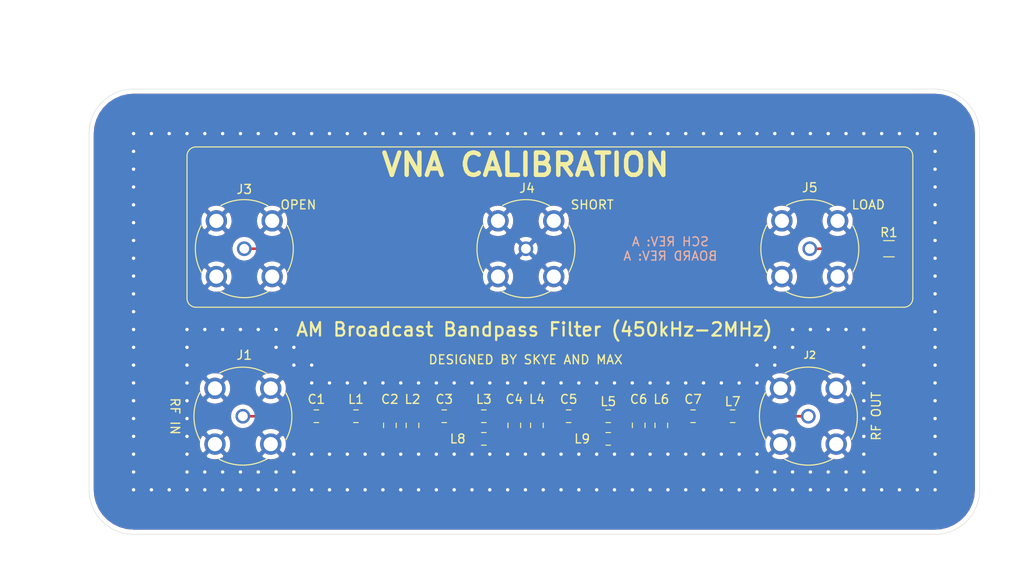
<source format=kicad_pcb>
(kicad_pcb (version 20171130) (host pcbnew "(5.1.5)-3")
  (layers (0 F.Cu signal) (1 In1.Cu signal) (2 In2.Cu signal) (31 B.Cu signal) (34 B.Paste user) (35 F.Paste user) (36 B.SilkS user) (37 F.SilkS user) (38 B.Mask user) (39 F.Mask user) (44 Edge.Cuts user))
  (net 0 "")
  (net 1 "Net-(C1-Pad2)")
  (net 2 "Net-(C1-Pad1)")
  (net 3 "Net-(C2-Pad2)")
  (net 4 GND)
  (net 5 "Net-(C3-Pad1)")
  (net 6 "Net-(C4-Pad2)")
  (net 7 "Net-(C5-Pad1)")
  (net 8 "Net-(C6-Pad2)")
  (net 9 "Net-(C7-Pad1)")
  (net 10 "Net-(J2-Pad1)")
  (net 11 "Net-(J3-Pad1)")
  (net 12 "Net-(J5-Pad1)")
  (module Resistor_SMD:R_1206_3216Metric_Pad1.42x1.75mm_HandSolder (layer F.Cu) (at 209.82 77.93)
    (fp_text reference R1 (at 0 -1.82) (layer F.SilkS))
    (fp_text value 50Ω)
    (fp_line (start -0.602064 0.91) (end 0.602064 0.91) (layer F.SilkS) (width 0.12))
    (fp_line (start -0.602064 -0.91) (end 0.602064 -0.91) (layer F.SilkS) (width 0.12))
    (pad 2 smd roundrect (at 1.4875 0) (size 1.425 1.75) (layers F.Cu F.Paste F.Mask) (roundrect_rratio 0.175439) (net 4 GND))
    (pad 1 smd roundrect (at -1.4875 0) (size 1.425 1.75) (layers F.Cu F.Paste F.Mask) (roundrect_rratio 0.175439) (net 12 "Net-(J5-Pad1)"))
  )
  (module Inductor_SMD:L_0805_2012Metric_Pad1.15x1.40mm_HandSolder (layer F.Cu) (at 178.3 99.28)
    (fp_text reference L9 (at -2.93 0) (layer F.SilkS))
    (fp_text value 22µH)
    (fp_line (start -0.261252 0.71) (end 0.261252 0.71) (layer F.SilkS) (width 0.12))
    (fp_line (start -0.261252 -0.71) (end 0.261252 -0.71) (layer F.SilkS) (width 0.12))
    (pad 2 smd roundrect (at 1.025 0) (size 1.15 1.4) (layers F.Cu F.Paste F.Mask) (roundrect_rratio 0.217391) (net 8 "Net-(C6-Pad2)"))
    (pad 1 smd roundrect (at -1.025 0) (size 1.15 1.4) (layers F.Cu F.Paste F.Mask) (roundrect_rratio 0.217391) (net 7 "Net-(C5-Pad1)"))
  )
  (module Inductor_SMD:L_0805_2012Metric_Pad1.15x1.40mm_HandSolder (layer F.Cu) (at 164.33 99.28)
    (fp_text reference L8 (at -2.93 0) (layer F.SilkS))
    (fp_text value 22µH)
    (fp_line (start -0.261252 0.71) (end 0.261252 0.71) (layer F.SilkS) (width 0.12))
    (fp_line (start -0.261252 -0.71) (end 0.261252 -0.71) (layer F.SilkS) (width 0.12))
    (pad 2 smd roundrect (at 1.025 0) (size 1.15 1.4) (layers F.Cu F.Paste F.Mask) (roundrect_rratio 0.217391) (net 6 "Net-(C4-Pad2)"))
    (pad 1 smd roundrect (at -1.025 0) (size 1.15 1.4) (layers F.Cu F.Paste F.Mask) (roundrect_rratio 0.217391) (net 5 "Net-(C3-Pad1)"))
  )
  (module Inductor_SMD:L_0805_2012Metric_Pad1.15x1.40mm_HandSolder (layer F.Cu) (at 178.3 96.74)
    (fp_text reference L5 (at 0 -1.65) (layer F.SilkS))
    (fp_text value 22µH)
    (fp_line (start -0.261252 0.71) (end 0.261252 0.71) (layer F.SilkS) (width 0.12))
    (fp_line (start -0.261252 -0.71) (end 0.261252 -0.71) (layer F.SilkS) (width 0.12))
    (pad 2 smd roundrect (at 1.025 0) (size 1.15 1.4) (layers F.Cu F.Paste F.Mask) (roundrect_rratio 0.217391) (net 8 "Net-(C6-Pad2)"))
    (pad 1 smd roundrect (at -1.025 0) (size 1.15 1.4) (layers F.Cu F.Paste F.Mask) (roundrect_rratio 0.217391) (net 7 "Net-(C5-Pad1)"))
  )
  (module footprints:TE_5-1634503-1 (layer F.Cu) (at 200.77 96.74)
    (fp_text reference J2 (at 0.16 -6.86609) (layer F.SilkS) (effects (font (size 0.800945 0.800945) (thickness 0.1524))))
    (fp_text value RF_OUT)
    (fp_arc (start 0.01011 0.01935) (end 4.8514 2.6162) (angle -56.9863) (layer F.SilkS) (width 0.127))
    (fp_arc (start 0.002129 -0.110957) (end -2.646 4.827) (angle -56.9863) (layer F.SilkS) (width 0.127))
    (fp_arc (start 0.110957 0.002129) (end -4.827 -2.646) (angle -56.9863) (layer F.SilkS) (width 0.127))
    (fp_arc (start -0.007374 -0.035408) (end 2.646 -4.827) (angle -57.4202) (layer F.SilkS) (width 0.127))
    (pad 5 thru_hole circle (at -3.13 3.13) (size 2.4 2.4) (drill 1.6) (layers *.Cu *.Mask) (net 4 GND))
    (pad 4 thru_hole circle (at 3.13 3.13) (size 2.4 2.4) (drill 1.6) (layers *.Cu *.Mask) (net 4 GND))
    (pad 3 thru_hole circle (at 3.13 -3.13) (size 2.4 2.4) (drill 1.6) (layers *.Cu *.Mask) (net 4 GND))
    (pad 2 thru_hole circle (at -3.13 -3.13) (size 2.4 2.4) (drill 1.6) (layers *.Cu *.Mask) (net 4 GND))
    (pad 1 thru_hole circle (at 0 0) (size 1.65 1.65) (drill 1.1) (layers *.Cu *.Mask) (net 10 "Net-(J2-Pad1)"))
  )
  (module footprints:TE_5-1634503-1 (layer F.Cu) (at 200.93 77.93)
    (fp_text reference J5 (at 0 -6.858) (layer F.SilkS) (effects (font (size 1.016 1.016) (thickness 0.1524))))
    (fp_text value CAL_L)
    (fp_arc (start 0.01011 0.01935) (end 4.8514 2.6162) (angle -56.9863) (layer F.SilkS) (width 0.127))
    (fp_arc (start 0.002129 -0.110957) (end -2.646 4.827) (angle -56.9863) (layer F.SilkS) (width 0.127))
    (fp_arc (start 0.110957 0.002129) (end -4.827 -2.646) (angle -56.9863) (layer F.SilkS) (width 0.127))
    (fp_arc (start -0.007374 -0.035408) (end 2.646 -4.827) (angle -57.4202) (layer F.SilkS) (width 0.127))
    (pad 5 thru_hole circle (at -3.13 3.13) (size 2.4 2.4) (drill 1.6) (layers *.Cu *.Mask) (net 4 GND))
    (pad 4 thru_hole circle (at 3.13 3.13) (size 2.4 2.4) (drill 1.6) (layers *.Cu *.Mask) (net 4 GND))
    (pad 3 thru_hole circle (at 3.13 -3.13) (size 2.4 2.4) (drill 1.6) (layers *.Cu *.Mask) (net 4 GND))
    (pad 2 thru_hole circle (at -3.13 -3.13) (size 2.4 2.4) (drill 1.6) (layers *.Cu *.Mask) (net 4 GND))
    (pad 1 thru_hole circle (at 0 0) (size 1.65 1.65) (drill 1.1) (layers *.Cu *.Mask) (net 12 "Net-(J5-Pad1)"))
  )
  (module footprints:TE_5-1634503-1 (layer F.Cu) (at 169.053 77.93)
    (fp_text reference J4 (at 0.127 -6.7945) (layer F.SilkS) (effects (font (size 1.016 1.016) (thickness 0.1524))))
    (fp_text value CAL_S)
    (fp_arc (start 0.01011 0.01935) (end 4.8514 2.6162) (angle -56.9863) (layer F.SilkS) (width 0.127))
    (fp_arc (start 0.002129 -0.110957) (end -2.646 4.827) (angle -56.9863) (layer F.SilkS) (width 0.127))
    (fp_arc (start 0.110957 0.002129) (end -4.827 -2.646) (angle -56.9863) (layer F.SilkS) (width 0.127))
    (fp_arc (start -0.007374 -0.035408) (end 2.646 -4.827) (angle -57.4202) (layer F.SilkS) (width 0.127))
    (pad 5 thru_hole circle (at -3.13 3.13) (size 2.4 2.4) (drill 1.6) (layers *.Cu *.Mask) (net 4 GND))
    (pad 4 thru_hole circle (at 3.13 3.13) (size 2.4 2.4) (drill 1.6) (layers *.Cu *.Mask) (net 4 GND))
    (pad 3 thru_hole circle (at 3.13 -3.13) (size 2.4 2.4) (drill 1.6) (layers *.Cu *.Mask) (net 4 GND))
    (pad 2 thru_hole circle (at -3.13 -3.13) (size 2.4 2.4) (drill 1.6) (layers *.Cu *.Mask) (net 4 GND))
    (pad 1 thru_hole circle (at 0 0) (size 1.65 1.65) (drill 1.1) (layers *.Cu *.Mask) (net 4 GND))
  )
  (module footprints:TE_5-1634503-1 (layer F.Cu) (at 137.43 77.93)
    (fp_text reference J3 (at 0 -6.6675) (layer F.SilkS) (effects (font (size 1.016 1.016) (thickness 0.1524))))
    (fp_text value CAL_O)
    (fp_arc (start 0.01011 0.01935) (end 4.8514 2.6162) (angle -56.9863) (layer F.SilkS) (width 0.127))
    (fp_arc (start 0.002129 -0.110957) (end -2.646 4.827) (angle -56.9863) (layer F.SilkS) (width 0.127))
    (fp_arc (start 0.110957 0.002129) (end -4.827 -2.646) (angle -56.9863) (layer F.SilkS) (width 0.127))
    (fp_arc (start -0.007374 -0.035408) (end 2.646 -4.827) (angle -57.4202) (layer F.SilkS) (width 0.127))
    (pad 5 thru_hole circle (at -3.13 3.13) (size 2.4 2.4) (drill 1.6) (layers *.Cu *.Mask) (net 4 GND))
    (pad 4 thru_hole circle (at 3.13 3.13) (size 2.4 2.4) (drill 1.6) (layers *.Cu *.Mask) (net 4 GND))
    (pad 3 thru_hole circle (at 3.13 -3.13) (size 2.4 2.4) (drill 1.6) (layers *.Cu *.Mask) (net 4 GND))
    (pad 2 thru_hole circle (at -3.13 -3.13) (size 2.4 2.4) (drill 1.6) (layers *.Cu *.Mask) (net 4 GND))
    (pad 1 thru_hole circle (at 0 0) (size 1.65 1.65) (drill 1.1) (layers *.Cu *.Mask) (net 11 "Net-(J3-Pad1)"))
  )
  (module footprints:TE_5-1634503-1 (layer F.Cu) (at 137.27 96.74)
    (fp_text reference J1 (at 0.16 -6.86609) (layer F.SilkS) (effects (font (size 1.016 1.016) (thickness 0.1524))))
    (fp_text value RF_IN)
    (fp_arc (start 0.01011 0.01935) (end 4.8514 2.6162) (angle -56.9863) (layer F.SilkS) (width 0.127))
    (fp_arc (start 0.002129 -0.110957) (end -2.646 4.827) (angle -56.9863) (layer F.SilkS) (width 0.127))
    (fp_arc (start 0.110957 0.002129) (end -4.827 -2.646) (angle -56.9863) (layer F.SilkS) (width 0.127))
    (fp_arc (start -0.007374 -0.035408) (end 2.646 -4.827) (angle -57.4202) (layer F.SilkS) (width 0.127))
    (pad 5 thru_hole circle (at -3.13 3.13) (size 2.4 2.4) (drill 1.6) (layers *.Cu *.Mask) (net 4 GND))
    (pad 4 thru_hole circle (at 3.13 3.13) (size 2.4 2.4) (drill 1.6) (layers *.Cu *.Mask) (net 4 GND))
    (pad 3 thru_hole circle (at 3.13 -3.13) (size 2.4 2.4) (drill 1.6) (layers *.Cu *.Mask) (net 4 GND))
    (pad 2 thru_hole circle (at -3.13 -3.13) (size 2.4 2.4) (drill 1.6) (layers *.Cu *.Mask) (net 4 GND))
    (pad 1 thru_hole circle (at 0 0) (size 1.65 1.65) (drill 1.1) (layers *.Cu *.Mask) (net 1 "Net-(C1-Pad2)"))
  )
  (module Inductor_SMD:L_0805_2012Metric_Pad1.15x1.40mm_HandSolder (layer F.Cu) (at 192.27 96.74)
    (fp_text reference L7 (at 0 -1.65) (layer F.SilkS))
    (fp_text value 6.8µH)
    (fp_line (start -0.261252 0.71) (end 0.261252 0.71) (layer F.SilkS) (width 0.12))
    (fp_line (start -0.261252 -0.71) (end 0.261252 -0.71) (layer F.SilkS) (width 0.12))
    (pad 2 smd roundrect (at 1.025 0) (size 1.15 1.4) (layers F.Cu F.Paste F.Mask) (roundrect_rratio 0.217391) (net 10 "Net-(J2-Pad1)"))
    (pad 1 smd roundrect (at -1.025 0) (size 1.15 1.4) (layers F.Cu F.Paste F.Mask) (roundrect_rratio 0.217391) (net 9 "Net-(C7-Pad1)"))
  )
  (module Inductor_SMD:L_0805_2012Metric_Pad1.15x1.40mm_HandSolder (layer F.Cu) (at 184.26 97.765 270)
    (fp_text reference L6 (at -2.93 0 180) (layer F.SilkS))
    (fp_text value 10µH)
    (fp_line (start -0.261252 0.71) (end 0.261252 0.71) (layer F.SilkS) (width 0.12))
    (fp_line (start -0.261252 -0.71) (end 0.261252 -0.71) (layer F.SilkS) (width 0.12))
    (pad 2 smd roundrect (at 1.025 0 270) (size 1.15 1.4) (layers F.Cu F.Paste F.Mask) (roundrect_rratio 0.217391) (net 4 GND))
    (pad 1 smd roundrect (at -1.025 0 270) (size 1.15 1.4) (layers F.Cu F.Paste F.Mask) (roundrect_rratio 0.217391) (net 8 "Net-(C6-Pad2)"))
  )
  (module Inductor_SMD:L_0805_2012Metric_Pad1.15x1.40mm_HandSolder (layer F.Cu) (at 170.29 97.765 270)
    (fp_text reference L4 (at -2.93 0 180) (layer F.SilkS))
    (fp_text value 10µH)
    (fp_line (start -0.261252 0.71) (end 0.261252 0.71) (layer F.SilkS) (width 0.12))
    (fp_line (start -0.261252 -0.71) (end 0.261252 -0.71) (layer F.SilkS) (width 0.12))
    (pad 2 smd roundrect (at 1.025 0 270) (size 1.15 1.4) (layers F.Cu F.Paste F.Mask) (roundrect_rratio 0.217391) (net 4 GND))
    (pad 1 smd roundrect (at -1.025 0 270) (size 1.15 1.4) (layers F.Cu F.Paste F.Mask) (roundrect_rratio 0.217391) (net 6 "Net-(C4-Pad2)"))
  )
  (module Inductor_SMD:L_0805_2012Metric_Pad1.15x1.40mm_HandSolder (layer F.Cu) (at 164.33 96.74)
    (fp_text reference L3 (at 0 -1.905) (layer F.SilkS))
    (fp_text value 22µH)
    (fp_line (start -0.261252 0.71) (end 0.261252 0.71) (layer F.SilkS) (width 0.12))
    (fp_line (start -0.261252 -0.71) (end 0.261252 -0.71) (layer F.SilkS) (width 0.12))
    (pad 2 smd roundrect (at 1.025 0) (size 1.15 1.4) (layers F.Cu F.Paste F.Mask) (roundrect_rratio 0.217391) (net 6 "Net-(C4-Pad2)"))
    (pad 1 smd roundrect (at -1.025 0) (size 1.15 1.4) (layers F.Cu F.Paste F.Mask) (roundrect_rratio 0.217391) (net 5 "Net-(C3-Pad1)"))
  )
  (module Inductor_SMD:L_0805_2012Metric_Pad1.15x1.40mm_HandSolder (layer F.Cu) (at 156.32 97.765 270)
    (fp_text reference L2 (at -2.93 0 180) (layer F.SilkS))
    (fp_text value 10µH)
    (fp_line (start -0.261252 0.71) (end 0.261252 0.71) (layer F.SilkS) (width 0.12))
    (fp_line (start -0.261252 -0.71) (end 0.261252 -0.71) (layer F.SilkS) (width 0.12))
    (pad 2 smd roundrect (at 1.025 0 270) (size 1.15 1.4) (layers F.Cu F.Paste F.Mask) (roundrect_rratio 0.217391) (net 4 GND))
    (pad 1 smd roundrect (at -1.025 0 270) (size 1.15 1.4) (layers F.Cu F.Paste F.Mask) (roundrect_rratio 0.217391) (net 3 "Net-(C2-Pad2)"))
  )
  (module Inductor_SMD:L_0805_2012Metric_Pad1.15x1.40mm_HandSolder (layer F.Cu) (at 149.97 96.74)
    (fp_text reference L1 (at 0 -1.905) (layer F.SilkS))
    (fp_text value 6.8µH)
    (fp_line (start -0.261252 0.71) (end 0.261252 0.71) (layer F.SilkS) (width 0.12))
    (fp_line (start -0.261252 -0.71) (end 0.261252 -0.71) (layer F.SilkS) (width 0.12))
    (pad 2 smd roundrect (at 1.025 0) (size 1.15 1.4) (layers F.Cu F.Paste F.Mask) (roundrect_rratio 0.217391) (net 3 "Net-(C2-Pad2)"))
    (pad 1 smd roundrect (at -1.025 0) (size 1.15 1.4) (layers F.Cu F.Paste F.Mask) (roundrect_rratio 0.217391) (net 2 "Net-(C1-Pad1)"))
  )
  (module Capacitor_SMD:C_0805_2012Metric_Pad1.15x1.40mm_HandSolder (layer F.Cu) (at 187.825 96.74 180)
    (fp_text reference C7 (at 0 1.905) (layer F.SilkS))
    (fp_text value 4.7nF)
    (fp_line (start -0.261252 0.71) (end 0.261252 0.71) (layer F.SilkS) (width 0.12))
    (fp_line (start -0.261252 -0.71) (end 0.261252 -0.71) (layer F.SilkS) (width 0.12))
    (pad 2 smd roundrect (at 1.025 0 180) (size 1.15 1.4) (layers F.Cu F.Paste F.Mask) (roundrect_rratio 0.217391) (net 8 "Net-(C6-Pad2)"))
    (pad 1 smd roundrect (at -1.025 0 180) (size 1.15 1.4) (layers F.Cu F.Paste F.Mask) (roundrect_rratio 0.217391) (net 9 "Net-(C7-Pad1)"))
  )
  (module Capacitor_SMD:C_0805_2012Metric_Pad1.15x1.40mm_HandSolder (layer F.Cu) (at 181.72 97.765 90)
    (fp_text reference C6 (at 2.93 0 180) (layer F.SilkS))
    (fp_text value 3nF)
    (fp_line (start -0.261252 0.71) (end 0.261252 0.71) (layer F.SilkS) (width 0.12))
    (fp_line (start -0.261252 -0.71) (end 0.261252 -0.71) (layer F.SilkS) (width 0.12))
    (pad 2 smd roundrect (at 1.025 0 90) (size 1.15 1.4) (layers F.Cu F.Paste F.Mask) (roundrect_rratio 0.217391) (net 8 "Net-(C6-Pad2)"))
    (pad 1 smd roundrect (at -1.025 0 90) (size 1.15 1.4) (layers F.Cu F.Paste F.Mask) (roundrect_rratio 0.217391) (net 4 GND))
  )
  (module Capacitor_SMD:C_0805_2012Metric_Pad1.15x1.40mm_HandSolder (layer F.Cu) (at 173.855 96.74 180)
    (fp_text reference C5 (at 0 1.905) (layer F.SilkS))
    (fp_text value 2.7nF)
    (fp_line (start -0.261252 0.71) (end 0.261252 0.71) (layer F.SilkS) (width 0.12))
    (fp_line (start -0.261252 -0.71) (end 0.261252 -0.71) (layer F.SilkS) (width 0.12))
    (pad 2 smd roundrect (at 1.025 0 180) (size 1.15 1.4) (layers F.Cu F.Paste F.Mask) (roundrect_rratio 0.217391) (net 6 "Net-(C4-Pad2)"))
    (pad 1 smd roundrect (at -1.025 0 180) (size 1.15 1.4) (layers F.Cu F.Paste F.Mask) (roundrect_rratio 0.217391) (net 7 "Net-(C5-Pad1)"))
  )
  (module Capacitor_SMD:C_0805_2012Metric_Pad1.15x1.40mm_HandSolder (layer F.Cu) (at 167.75 97.765 90)
    (fp_text reference C4 (at 2.93 0 180) (layer F.SilkS))
    (fp_text value 3.3nF)
    (fp_line (start -0.261252 0.71) (end 0.261252 0.71) (layer F.SilkS) (width 0.12))
    (fp_line (start -0.261252 -0.71) (end 0.261252 -0.71) (layer F.SilkS) (width 0.12))
    (pad 2 smd roundrect (at 1.025 0 90) (size 1.15 1.4) (layers F.Cu F.Paste F.Mask) (roundrect_rratio 0.217391) (net 6 "Net-(C4-Pad2)"))
    (pad 1 smd roundrect (at -1.025 0 90) (size 1.15 1.4) (layers F.Cu F.Paste F.Mask) (roundrect_rratio 0.217391) (net 4 GND))
  )
  (module Capacitor_SMD:C_0805_2012Metric_Pad1.15x1.40mm_HandSolder (layer F.Cu) (at 159.885 96.74 180)
    (fp_text reference C3 (at 0 1.905) (layer F.SilkS))
    (fp_text value 2.7nF)
    (fp_line (start -0.261252 0.71) (end 0.261252 0.71) (layer F.SilkS) (width 0.12))
    (fp_line (start -0.261252 -0.71) (end 0.261252 -0.71) (layer F.SilkS) (width 0.12))
    (pad 2 smd roundrect (at 1.025 0 180) (size 1.15 1.4) (layers F.Cu F.Paste F.Mask) (roundrect_rratio 0.217391) (net 3 "Net-(C2-Pad2)"))
    (pad 1 smd roundrect (at -1.025 0 180) (size 1.15 1.4) (layers F.Cu F.Paste F.Mask) (roundrect_rratio 0.217391) (net 5 "Net-(C3-Pad1)"))
  )
  (module Capacitor_SMD:C_0805_2012Metric_Pad1.15x1.40mm_HandSolder (layer F.Cu) (at 153.78 97.765 90)
    (fp_text reference C2 (at 2.93 0 180) (layer F.SilkS))
    (fp_text value 3nF)
    (fp_line (start -0.261252 0.71) (end 0.261252 0.71) (layer F.SilkS) (width 0.12))
    (fp_line (start -0.261252 -0.71) (end 0.261252 -0.71) (layer F.SilkS) (width 0.12))
    (pad 2 smd roundrect (at 1.025 0 90) (size 1.15 1.4) (layers F.Cu F.Paste F.Mask) (roundrect_rratio 0.217391) (net 3 "Net-(C2-Pad2)"))
    (pad 1 smd roundrect (at -1.025 0 90) (size 1.15 1.4) (layers F.Cu F.Paste F.Mask) (roundrect_rratio 0.217391) (net 4 GND))
  )
  (module Capacitor_SMD:C_0805_2012Metric_Pad1.15x1.40mm_HandSolder (layer F.Cu) (at 145.525 96.74 180)
    (fp_text reference C1 (at 0 1.905) (layer F.SilkS))
    (fp_text value 4.7nF)
    (fp_line (start -0.261252 0.71) (end 0.261252 0.71) (layer F.SilkS) (width 0.12))
    (fp_line (start -0.261252 -0.71) (end 0.261252 -0.71) (layer F.SilkS) (width 0.12))
    (pad 2 smd roundrect (at 1.025 0 180) (size 1.15 1.4) (layers F.Cu F.Paste F.Mask) (roundrect_rratio 0.217391) (net 1 "Net-(C1-Pad2)"))
    (pad 1 smd roundrect (at -1.025 0 180) (size 1.15 1.4) (layers F.Cu F.Paste F.Mask) (roundrect_rratio 0.217391) (net 2 "Net-(C1-Pad1)"))
  )
  (gr_text "SCH REV: A\nBOARD REV: A" (at 185.276 77.944) (layer B.SilkS) (effects (font (size 1 1)) (justify mirror)))
  (gr_text "DESIGNED BY SKYE AND MAX" (at 169.02 90.39) (layer F.SilkS) (effects (font (size 1 1))))
  (gr_text "RF OUT" (at 208.39 96.74 90) (layer F.SilkS) (effects (font (size 1 1))))
  (gr_text "RF IN" (at 129.65 96.74 270) (layer F.SilkS) (effects (font (size 1 1))))
  (gr_text "AM Broadcast Bandpass Filter (450kHz-2MHz)" (at 170 87) (layer F.SilkS) (effects (font (size 1.5 1.5) (thickness 0.25))))
  (gr_text "VNA CALIBRATION" (at 169 68.5) (layer F.SilkS) (effects (font (size 2.5 2.5) (thickness 0.5))))
  (gr_text LOAD (at 207.5 73) (layer F.SilkS) (effects (font (size 1 1))))
  (gr_text SHORT (at 176.5 73) (layer F.SilkS) (effects (font (size 1 1))))
  (gr_text OPEN (at 143.5 73) (layer F.SilkS) (effects (font (size 1 1))))
  (gr_line (start 211.5 66.5) (end 132 66.5) (layer F.SilkS) (width 0.12))
  (gr_arc (start 211.5 67.5) (end 212.5 67.5) (angle -90) (layer F.SilkS) (width 0.12))
  (gr_line (start 212.5 83.5) (end 212.5 67.5) (layer F.SilkS) (width 0.12))
  (gr_arc (start 211.5 83.5) (end 211.5 84.5) (angle -90) (layer F.SilkS) (width 0.12))
  (gr_line (start 132 84.5) (end 211.5 84.5) (layer F.SilkS) (width 0.12))
  (gr_arc (start 132 67.5) (end 132 66.5) (angle -90) (layer F.SilkS) (width 0.12))
  (gr_line (start 131 83.5) (end 131 67.5) (layer F.SilkS) (width 0.12))
  (gr_arc (start 132 83.5) (end 131 83.5) (angle -90) (layer F.SilkS) (width 0.12))
  (gr_line (start 220 105) (end 220 65) (layer Edge.Cuts) (width 0.05))
  (gr_line (start 125 110) (end 215 110) (layer Edge.Cuts) (width 0.05))
  (gr_line (start 120 65) (end 120 105) (layer Edge.Cuts) (width 0.05))
  (gr_line (start 215 60) (end 125 60) (layer Edge.Cuts) (width 0.05))
  (gr_arc (start 215 65) (end 220 65) (angle -90) (layer Edge.Cuts) (width 0.05))
  (gr_arc (start 215 105) (end 215 110) (angle -90) (layer Edge.Cuts) (width 0.05))
  (gr_arc (start 125 105) (end 120 105) (angle -90) (layer Edge.Cuts) (width 0.05))
  (gr_arc (start 125 65) (end 125 60) (angle -90) (layer Edge.Cuts) (width 0.05))
  (segment (start 137.27 96.74) (end 144.5 96.74) (width 0.29337) (layer F.Cu) (net 1))
  (segment (start 146.55 96.74) (end 148.945 96.74) (width 0.29337) (layer F.Cu) (net 2))
  (segment (start 150.995 96.74) (end 153.78 96.74) (width 0.29337) (layer F.Cu) (net 3))
  (segment (start 153.78 96.74) (end 156.32 96.74) (width 0.29337) (layer F.Cu) (net 3))
  (segment (start 156.32 96.74) (end 158.86 96.74) (width 0.29337) (layer F.Cu) (net 3))
  (via (at 125 67) (size 0.762) (drill 0.381) (layers F.Cu B.Cu) (net 4))
  (via (at 125 65) (size 0.762) (drill 0.381) (layers F.Cu B.Cu) (net 4))
  (via (at 127 65) (size 0.762) (drill 0.381) (layers F.Cu B.Cu) (net 4))
  (via (at 129 65) (size 0.762) (drill 0.381) (layers F.Cu B.Cu) (net 4))
  (via (at 131 65) (size 0.762) (drill 0.381) (layers F.Cu B.Cu) (net 4))
  (via (at 133 65) (size 0.762) (drill 0.381) (layers F.Cu B.Cu) (net 4))
  (via (at 135 65) (size 0.762) (drill 0.381) (layers F.Cu B.Cu) (net 4))
  (via (at 137 65) (size 0.762) (drill 0.381) (layers F.Cu B.Cu) (net 4))
  (via (at 139 65) (size 0.762) (drill 0.381) (layers F.Cu B.Cu) (net 4))
  (via (at 141 65) (size 0.762) (drill 0.381) (layers F.Cu B.Cu) (net 4))
  (via (at 143 65) (size 0.762) (drill 0.381) (layers F.Cu B.Cu) (net 4))
  (via (at 145 65) (size 0.762) (drill 0.381) (layers F.Cu B.Cu) (net 4))
  (via (at 147 65) (size 0.762) (drill 0.381) (layers F.Cu B.Cu) (net 4))
  (via (at 149 65) (size 0.762) (drill 0.381) (layers F.Cu B.Cu) (net 4))
  (via (at 151 65) (size 0.762) (drill 0.381) (layers F.Cu B.Cu) (net 4))
  (via (at 153 65) (size 0.762) (drill 0.381) (layers F.Cu B.Cu) (net 4))
  (via (at 155 65) (size 0.762) (drill 0.381) (layers F.Cu B.Cu) (net 4))
  (via (at 157 65) (size 0.762) (drill 0.381) (layers F.Cu B.Cu) (net 4))
  (via (at 159 65) (size 0.762) (drill 0.381) (layers F.Cu B.Cu) (net 4))
  (via (at 161 65) (size 0.762) (drill 0.381) (layers F.Cu B.Cu) (net 4))
  (via (at 163 65) (size 0.762) (drill 0.381) (layers F.Cu B.Cu) (net 4))
  (via (at 165 65) (size 0.762) (drill 0.381) (layers F.Cu B.Cu) (net 4))
  (via (at 167 65) (size 0.762) (drill 0.381) (layers F.Cu B.Cu) (net 4))
  (via (at 169 65) (size 0.762) (drill 0.381) (layers F.Cu B.Cu) (net 4))
  (via (at 171 65) (size 0.762) (drill 0.381) (layers F.Cu B.Cu) (net 4))
  (via (at 173 65) (size 0.762) (drill 0.381) (layers F.Cu B.Cu) (net 4))
  (via (at 175 65) (size 0.762) (drill 0.381) (layers F.Cu B.Cu) (net 4))
  (via (at 177 65) (size 0.762) (drill 0.381) (layers F.Cu B.Cu) (net 4))
  (via (at 179 65) (size 0.762) (drill 0.381) (layers F.Cu B.Cu) (net 4))
  (via (at 181 65) (size 0.762) (drill 0.381) (layers F.Cu B.Cu) (net 4))
  (via (at 183 65) (size 0.762) (drill 0.381) (layers F.Cu B.Cu) (net 4))
  (via (at 185 65) (size 0.762) (drill 0.381) (layers F.Cu B.Cu) (net 4))
  (via (at 187 65) (size 0.762) (drill 0.381) (layers F.Cu B.Cu) (net 4))
  (via (at 189 65) (size 0.762) (drill 0.381) (layers F.Cu B.Cu) (net 4))
  (via (at 191 65) (size 0.762) (drill 0.381) (layers F.Cu B.Cu) (net 4))
  (via (at 193 65) (size 0.762) (drill 0.381) (layers F.Cu B.Cu) (net 4))
  (via (at 195 65) (size 0.762) (drill 0.381) (layers F.Cu B.Cu) (net 4))
  (via (at 197 65) (size 0.762) (drill 0.381) (layers F.Cu B.Cu) (net 4))
  (via (at 199 65) (size 0.762) (drill 0.381) (layers F.Cu B.Cu) (net 4))
  (via (at 201 65) (size 0.762) (drill 0.381) (layers F.Cu B.Cu) (net 4))
  (via (at 203 65) (size 0.762) (drill 0.381) (layers F.Cu B.Cu) (net 4))
  (via (at 205 65) (size 0.762) (drill 0.381) (layers F.Cu B.Cu) (net 4))
  (via (at 207 65) (size 0.762) (drill 0.381) (layers F.Cu B.Cu) (net 4))
  (via (at 209 65) (size 0.762) (drill 0.381) (layers F.Cu B.Cu) (net 4))
  (via (at 211 65) (size 0.762) (drill 0.381) (layers F.Cu B.Cu) (net 4))
  (via (at 213 65) (size 0.762) (drill 0.381) (layers F.Cu B.Cu) (net 4))
  (via (at 215 65) (size 0.762) (drill 0.381) (layers F.Cu B.Cu) (net 4))
  (via (at 125 69) (size 0.762) (drill 0.381) (layers F.Cu B.Cu) (net 4))
  (via (at 125 71) (size 0.762) (drill 0.381) (layers F.Cu B.Cu) (net 4))
  (via (at 125 73) (size 0.762) (drill 0.381) (layers F.Cu B.Cu) (net 4))
  (via (at 125 75) (size 0.762) (drill 0.381) (layers F.Cu B.Cu) (net 4))
  (via (at 125 77) (size 0.762) (drill 0.381) (layers F.Cu B.Cu) (net 4))
  (via (at 125 79) (size 0.762) (drill 0.381) (layers F.Cu B.Cu) (net 4))
  (via (at 125 81) (size 0.762) (drill 0.381) (layers F.Cu B.Cu) (net 4))
  (via (at 125 83) (size 0.762) (drill 0.381) (layers F.Cu B.Cu) (net 4))
  (via (at 125 85) (size 0.762) (drill 0.381) (layers F.Cu B.Cu) (net 4))
  (via (at 125 87) (size 0.762) (drill 0.381) (layers F.Cu B.Cu) (net 4))
  (via (at 125 89) (size 0.762) (drill 0.381) (layers F.Cu B.Cu) (net 4))
  (via (at 125 91) (size 0.762) (drill 0.381) (layers F.Cu B.Cu) (net 4))
  (via (at 125 93) (size 0.762) (drill 0.381) (layers F.Cu B.Cu) (net 4))
  (via (at 125 95) (size 0.762) (drill 0.381) (layers F.Cu B.Cu) (net 4))
  (via (at 125 97) (size 0.762) (drill 0.381) (layers F.Cu B.Cu) (net 4))
  (via (at 125 99) (size 0.762) (drill 0.381) (layers F.Cu B.Cu) (net 4))
  (via (at 125 101) (size 0.762) (drill 0.381) (layers F.Cu B.Cu) (net 4))
  (via (at 125 103) (size 0.762) (drill 0.381) (layers F.Cu B.Cu) (net 4))
  (via (at 125 105) (size 0.762) (drill 0.381) (layers F.Cu B.Cu) (net 4))
  (via (at 215 67) (size 0.762) (drill 0.381) (layers F.Cu B.Cu) (net 4))
  (via (at 215 69) (size 0.762) (drill 0.381) (layers F.Cu B.Cu) (net 4))
  (via (at 215 71) (size 0.762) (drill 0.381) (layers F.Cu B.Cu) (net 4))
  (via (at 215 73) (size 0.762) (drill 0.381) (layers F.Cu B.Cu) (net 4))
  (via (at 215 75) (size 0.762) (drill 0.381) (layers F.Cu B.Cu) (net 4))
  (via (at 215 77) (size 0.762) (drill 0.381) (layers F.Cu B.Cu) (net 4))
  (via (at 215 79) (size 0.762) (drill 0.381) (layers F.Cu B.Cu) (net 4))
  (via (at 215 81) (size 0.762) (drill 0.381) (layers F.Cu B.Cu) (net 4))
  (via (at 215 83) (size 0.762) (drill 0.381) (layers F.Cu B.Cu) (net 4))
  (via (at 215 85) (size 0.762) (drill 0.381) (layers F.Cu B.Cu) (net 4))
  (via (at 215 87) (size 0.762) (drill 0.381) (layers F.Cu B.Cu) (net 4))
  (via (at 215 89) (size 0.762) (drill 0.381) (layers F.Cu B.Cu) (net 4))
  (via (at 215 91) (size 0.762) (drill 0.381) (layers F.Cu B.Cu) (net 4))
  (via (at 215 93) (size 0.762) (drill 0.381) (layers F.Cu B.Cu) (net 4))
  (via (at 215 95) (size 0.762) (drill 0.381) (layers F.Cu B.Cu) (net 4))
  (via (at 215 97) (size 0.762) (drill 0.381) (layers F.Cu B.Cu) (net 4))
  (via (at 215 99) (size 0.762) (drill 0.381) (layers F.Cu B.Cu) (net 4))
  (via (at 215 101) (size 0.762) (drill 0.381) (layers F.Cu B.Cu) (net 4))
  (via (at 215 103) (size 0.762) (drill 0.381) (layers F.Cu B.Cu) (net 4))
  (via (at 215 105) (size 0.762) (drill 0.381) (layers F.Cu B.Cu) (net 4))
  (via (at 213 105) (size 0.762) (drill 0.381) (layers F.Cu B.Cu) (net 4))
  (via (at 211 105) (size 0.762) (drill 0.381) (layers F.Cu B.Cu) (net 4))
  (via (at 209 105) (size 0.762) (drill 0.381) (layers F.Cu B.Cu) (net 4))
  (via (at 207 105) (size 0.762) (drill 0.381) (layers F.Cu B.Cu) (net 4))
  (via (at 205 105) (size 0.762) (drill 0.381) (layers F.Cu B.Cu) (net 4))
  (via (at 203 105) (size 0.762) (drill 0.381) (layers F.Cu B.Cu) (net 4))
  (via (at 201 105) (size 0.762) (drill 0.381) (layers F.Cu B.Cu) (net 4))
  (via (at 199 105) (size 0.762) (drill 0.381) (layers F.Cu B.Cu) (net 4))
  (via (at 197 105) (size 0.762) (drill 0.381) (layers F.Cu B.Cu) (net 4))
  (via (at 195 105) (size 0.762) (drill 0.381) (layers F.Cu B.Cu) (net 4))
  (via (at 193 105) (size 0.762) (drill 0.381) (layers F.Cu B.Cu) (net 4))
  (via (at 191 105) (size 0.762) (drill 0.381) (layers F.Cu B.Cu) (net 4))
  (via (at 189 105) (size 0.762) (drill 0.381) (layers F.Cu B.Cu) (net 4))
  (via (at 187 105) (size 0.762) (drill 0.381) (layers F.Cu B.Cu) (net 4))
  (via (at 185 105) (size 0.762) (drill 0.381) (layers F.Cu B.Cu) (net 4))
  (via (at 183 105) (size 0.762) (drill 0.381) (layers F.Cu B.Cu) (net 4))
  (via (at 181 105) (size 0.762) (drill 0.381) (layers F.Cu B.Cu) (net 4))
  (via (at 179 105) (size 0.762) (drill 0.381) (layers F.Cu B.Cu) (net 4))
  (via (at 177 105) (size 0.762) (drill 0.381) (layers F.Cu B.Cu) (net 4))
  (via (at 175 105) (size 0.762) (drill 0.381) (layers F.Cu B.Cu) (net 4))
  (via (at 173 105) (size 0.762) (drill 0.381) (layers F.Cu B.Cu) (net 4))
  (via (at 171 105) (size 0.762) (drill 0.381) (layers F.Cu B.Cu) (net 4))
  (via (at 169 105) (size 0.762) (drill 0.381) (layers F.Cu B.Cu) (net 4))
  (via (at 167 105) (size 0.762) (drill 0.381) (layers F.Cu B.Cu) (net 4))
  (via (at 165 105) (size 0.762) (drill 0.381) (layers F.Cu B.Cu) (net 4))
  (via (at 163 105) (size 0.762) (drill 0.381) (layers F.Cu B.Cu) (net 4))
  (via (at 161 105) (size 0.762) (drill 0.381) (layers F.Cu B.Cu) (net 4))
  (via (at 159 105) (size 0.762) (drill 0.381) (layers F.Cu B.Cu) (net 4))
  (via (at 157 105) (size 0.762) (drill 0.381) (layers F.Cu B.Cu) (net 4))
  (via (at 155 105) (size 0.762) (drill 0.381) (layers F.Cu B.Cu) (net 4))
  (via (at 153 105) (size 0.762) (drill 0.381) (layers F.Cu B.Cu) (net 4))
  (via (at 151 105) (size 0.762) (drill 0.381) (layers F.Cu B.Cu) (net 4))
  (via (at 149 105) (size 0.762) (drill 0.381) (layers F.Cu B.Cu) (net 4))
  (via (at 147 105) (size 0.762) (drill 0.381) (layers F.Cu B.Cu) (net 4))
  (via (at 145 105) (size 0.762) (drill 0.381) (layers F.Cu B.Cu) (net 4))
  (via (at 143 105) (size 0.762) (drill 0.381) (layers F.Cu B.Cu) (net 4))
  (via (at 141 105) (size 0.762) (drill 0.381) (layers F.Cu B.Cu) (net 4))
  (via (at 139 105) (size 0.762) (drill 0.381) (layers F.Cu B.Cu) (net 4))
  (via (at 137 105) (size 0.762) (drill 0.381) (layers F.Cu B.Cu) (net 4))
  (via (at 135 105) (size 0.762) (drill 0.381) (layers F.Cu B.Cu) (net 4))
  (via (at 133 105) (size 0.762) (drill 0.381) (layers F.Cu B.Cu) (net 4))
  (via (at 131 105) (size 0.762) (drill 0.381) (layers F.Cu B.Cu) (net 4))
  (via (at 129 105) (size 0.762) (drill 0.381) (layers F.Cu B.Cu) (net 4))
  (via (at 127 105) (size 0.762) (drill 0.381) (layers F.Cu B.Cu) (net 4))
  (via (at 139 103) (size 0.762) (drill 0.381) (layers F.Cu B.Cu) (net 4))
  (via (at 137 103) (size 0.762) (drill 0.381) (layers F.Cu B.Cu) (net 4))
  (via (at 135 103) (size 0.762) (drill 0.381) (layers F.Cu B.Cu) (net 4))
  (via (at 133 103) (size 0.762) (drill 0.381) (layers F.Cu B.Cu) (net 4))
  (via (at 131 103) (size 0.762) (drill 0.381) (layers F.Cu B.Cu) (net 4))
  (via (at 131 101) (size 0.762) (drill 0.381) (layers F.Cu B.Cu) (net 4))
  (via (at 131 99) (size 0.762) (drill 0.381) (layers F.Cu B.Cu) (net 4))
  (via (at 131 97) (size 0.762) (drill 0.381) (layers F.Cu B.Cu) (net 4))
  (via (at 131 95) (size 0.762) (drill 0.381) (layers F.Cu B.Cu) (net 4))
  (via (at 131 93) (size 0.762) (drill 0.381) (layers F.Cu B.Cu) (net 4))
  (via (at 131 91) (size 0.762) (drill 0.381) (layers F.Cu B.Cu) (net 4))
  (via (at 131 89) (size 0.762) (drill 0.381) (layers F.Cu B.Cu) (net 4))
  (via (at 131 87) (size 0.762) (drill 0.381) (layers F.Cu B.Cu) (net 4))
  (via (at 133 87) (size 0.762) (drill 0.381) (layers F.Cu B.Cu) (net 4))
  (via (at 135 87) (size 0.762) (drill 0.381) (layers F.Cu B.Cu) (net 4))
  (via (at 137 87) (size 0.762) (drill 0.381) (layers F.Cu B.Cu) (net 4))
  (via (at 139 87) (size 0.762) (drill 0.381) (layers F.Cu B.Cu) (net 4))
  (via (at 141 87) (size 0.762) (drill 0.381) (layers F.Cu B.Cu) (net 4))
  (via (at 141 89) (size 0.762) (drill 0.381) (layers F.Cu B.Cu) (net 4))
  (via (at 143 89) (size 0.762) (drill 0.381) (layers F.Cu B.Cu) (net 4))
  (via (at 143 91) (size 0.762) (drill 0.381) (layers F.Cu B.Cu) (net 4))
  (via (at 145 91) (size 0.762) (drill 0.381) (layers F.Cu B.Cu) (net 4))
  (via (at 145 93) (size 0.762) (drill 0.381) (layers F.Cu B.Cu) (net 4))
  (via (at 147 93) (size 0.762) (drill 0.381) (layers F.Cu B.Cu) (net 4))
  (via (at 149 93) (size 0.762) (drill 0.381) (layers F.Cu B.Cu) (net 4))
  (via (at 151 93) (size 0.762) (drill 0.381) (layers F.Cu B.Cu) (net 4))
  (via (at 153 93) (size 0.762) (drill 0.381) (layers F.Cu B.Cu) (net 4))
  (via (at 155 93) (size 0.762) (drill 0.381) (layers F.Cu B.Cu) (net 4))
  (via (at 157 93) (size 0.762) (drill 0.381) (layers F.Cu B.Cu) (net 4))
  (via (at 159 93) (size 0.762) (drill 0.381) (layers F.Cu B.Cu) (net 4))
  (via (at 161 93) (size 0.762) (drill 0.381) (layers F.Cu B.Cu) (net 4))
  (via (at 163 93) (size 0.762) (drill 0.381) (layers F.Cu B.Cu) (net 4))
  (via (at 165 93) (size 0.762) (drill 0.381) (layers F.Cu B.Cu) (net 4))
  (via (at 167 93) (size 0.762) (drill 0.381) (layers F.Cu B.Cu) (net 4))
  (via (at 169 93) (size 0.762) (drill 0.381) (layers F.Cu B.Cu) (net 4))
  (via (at 171 93) (size 0.762) (drill 0.381) (layers F.Cu B.Cu) (net 4))
  (via (at 173 93) (size 0.762) (drill 0.381) (layers F.Cu B.Cu) (net 4))
  (via (at 175 93) (size 0.762) (drill 0.381) (layers F.Cu B.Cu) (net 4))
  (via (at 177 93) (size 0.762) (drill 0.381) (layers F.Cu B.Cu) (net 4))
  (via (at 179 93) (size 0.762) (drill 0.381) (layers F.Cu B.Cu) (net 4))
  (via (at 181 93) (size 0.762) (drill 0.381) (layers F.Cu B.Cu) (net 4))
  (via (at 183 93) (size 0.762) (drill 0.381) (layers F.Cu B.Cu) (net 4))
  (via (at 185 93) (size 0.762) (drill 0.381) (layers F.Cu B.Cu) (net 4))
  (via (at 187 93) (size 0.762) (drill 0.381) (layers F.Cu B.Cu) (net 4))
  (via (at 189 93) (size 0.762) (drill 0.381) (layers F.Cu B.Cu) (net 4))
  (via (at 191 93) (size 0.762) (drill 0.381) (layers F.Cu B.Cu) (net 4))
  (via (at 193 93) (size 0.762) (drill 0.381) (layers F.Cu B.Cu) (net 4))
  (via (at 195 93) (size 0.762) (drill 0.381) (layers F.Cu B.Cu) (net 4))
  (via (at 195 91) (size 0.762) (drill 0.381) (layers F.Cu B.Cu) (net 4))
  (via (at 197 91) (size 0.762) (drill 0.381) (layers F.Cu B.Cu) (net 4))
  (via (at 197 89) (size 0.762) (drill 0.381) (layers F.Cu B.Cu) (net 4))
  (via (at 199 89) (size 0.762) (drill 0.381) (layers F.Cu B.Cu) (net 4))
  (via (at 199 87) (size 0.762) (drill 0.381) (layers F.Cu B.Cu) (net 4))
  (via (at 201 87) (size 0.762) (drill 0.381) (layers F.Cu B.Cu) (net 4))
  (via (at 203 87) (size 0.762) (drill 0.381) (layers F.Cu B.Cu) (net 4))
  (via (at 205 87) (size 0.762) (drill 0.381) (layers F.Cu B.Cu) (net 4))
  (via (at 207 87) (size 0.762) (drill 0.381) (layers F.Cu B.Cu) (net 4))
  (via (at 207 89) (size 0.762) (drill 0.381) (layers F.Cu B.Cu) (net 4))
  (via (at 207 91) (size 0.762) (drill 0.381) (layers F.Cu B.Cu) (net 4))
  (via (at 207 93) (size 0.762) (drill 0.381) (layers F.Cu B.Cu) (net 4))
  (via (at 207 95) (size 0.762) (drill 0.381) (layers F.Cu B.Cu) (net 4))
  (via (at 207 97) (size 0.762) (drill 0.381) (layers F.Cu B.Cu) (net 4))
  (via (at 207 99) (size 0.762) (drill 0.381) (layers F.Cu B.Cu) (net 4))
  (via (at 207 101) (size 0.762) (drill 0.381) (layers F.Cu B.Cu) (net 4))
  (via (at 207 103) (size 0.762) (drill 0.381) (layers F.Cu B.Cu) (net 4))
  (via (at 141 103) (size 0.762) (drill 0.381) (layers F.Cu B.Cu) (net 4))
  (via (at 143 103) (size 0.762) (drill 0.381) (layers F.Cu B.Cu) (net 4))
  (via (at 143 101) (size 0.762) (drill 0.381) (layers F.Cu B.Cu) (net 4))
  (via (at 145 101) (size 0.762) (drill 0.381) (layers F.Cu B.Cu) (net 4))
  (via (at 147 101) (size 0.762) (drill 0.381) (layers F.Cu B.Cu) (net 4))
  (via (at 149 101) (size 0.762) (drill 0.381) (layers F.Cu B.Cu) (net 4))
  (via (at 151 101) (size 0.762) (drill 0.381) (layers F.Cu B.Cu) (net 4))
  (via (at 153 101) (size 0.762) (drill 0.381) (layers F.Cu B.Cu) (net 4))
  (via (at 155 101) (size 0.762) (drill 0.381) (layers F.Cu B.Cu) (net 4))
  (via (at 157 101) (size 0.762) (drill 0.381) (layers F.Cu B.Cu) (net 4))
  (via (at 159 101) (size 0.762) (drill 0.381) (layers F.Cu B.Cu) (net 4))
  (via (at 161 101) (size 0.762) (drill 0.381) (layers F.Cu B.Cu) (net 4))
  (via (at 163 101) (size 0.762) (drill 0.381) (layers F.Cu B.Cu) (net 4))
  (via (at 165 101) (size 0.762) (drill 0.381) (layers F.Cu B.Cu) (net 4))
  (via (at 167 101) (size 0.762) (drill 0.381) (layers F.Cu B.Cu) (net 4))
  (via (at 169 101) (size 0.762) (drill 0.381) (layers F.Cu B.Cu) (net 4))
  (via (at 171 101) (size 0.762) (drill 0.381) (layers F.Cu B.Cu) (net 4))
  (via (at 173 101) (size 0.762) (drill 0.381) (layers F.Cu B.Cu) (net 4))
  (via (at 175 101) (size 0.762) (drill 0.381) (layers F.Cu B.Cu) (net 4))
  (via (at 177 101) (size 0.762) (drill 0.381) (layers F.Cu B.Cu) (net 4))
  (via (at 179 101) (size 0.762) (drill 0.381) (layers F.Cu B.Cu) (net 4))
  (via (at 181 101) (size 0.762) (drill 0.381) (layers F.Cu B.Cu) (net 4))
  (via (at 183 101) (size 0.762) (drill 0.381) (layers F.Cu B.Cu) (net 4))
  (via (at 185 101) (size 0.762) (drill 0.381) (layers F.Cu B.Cu) (net 4))
  (via (at 187 101) (size 0.762) (drill 0.381) (layers F.Cu B.Cu) (net 4))
  (via (at 189 101) (size 0.762) (drill 0.381) (layers F.Cu B.Cu) (net 4))
  (via (at 191 101) (size 0.762) (drill 0.381) (layers F.Cu B.Cu) (net 4))
  (via (at 193 101) (size 0.762) (drill 0.381) (layers F.Cu B.Cu) (net 4))
  (via (at 195 101) (size 0.762) (drill 0.381) (layers F.Cu B.Cu) (net 4))
  (via (at 195 103) (size 0.762) (drill 0.381) (layers F.Cu B.Cu) (net 4))
  (via (at 197 103) (size 0.762) (drill 0.381) (layers F.Cu B.Cu) (net 4))
  (via (at 199 103) (size 0.762) (drill 0.381) (layers F.Cu B.Cu) (net 4))
  (via (at 201 103) (size 0.762) (drill 0.381) (layers F.Cu B.Cu) (net 4))
  (via (at 203 103) (size 0.762) (drill 0.381) (layers F.Cu B.Cu) (net 4))
  (via (at 205 103) (size 0.762) (drill 0.381) (layers F.Cu B.Cu) (net 4))
  (segment (start 160.91 97.774) (end 161.146 98.01) (width 0.29337) (layer F.Cu) (net 5))
  (segment (start 160.91 96.74) (end 160.91 97.774) (width 0.29337) (layer F.Cu) (net 5))
  (segment (start 163.305 98.264) (end 163.051 98.01) (width 0.29337) (layer F.Cu) (net 5))
  (segment (start 161.146 98.01) (end 163.051 98.01) (width 0.29337) (layer F.Cu) (net 5))
  (segment (start 163.305 98.01) (end 163.305 98.264) (width 0.29337) (layer F.Cu) (net 5))
  (segment (start 163.051 98.01) (end 163.305 98.01) (width 0.29337) (layer F.Cu) (net 5))
  (segment (start 163.305 98.264) (end 163.305 99.28) (width 0.29337) (layer F.Cu) (net 5))
  (segment (start 163.305 98.01) (end 163.305 97.756) (width 0.29337) (layer F.Cu) (net 5))
  (segment (start 163.305 97.756) (end 163.051 98.01) (width 0.29337) (layer F.Cu) (net 5))
  (segment (start 163.305 97.756) (end 163.305 96.74) (width 0.29337) (layer F.Cu) (net 5))
  (segment (start 167.75 96.74) (end 170.29 96.74) (width 0.29337) (layer F.Cu) (net 6))
  (segment (start 170.29 96.74) (end 172.83 96.74) (width 0.29337) (layer F.Cu) (net 6))
  (segment (start 165.373 98.01) (end 165.355 97.992) (width 0.29337) (layer F.Cu) (net 6))
  (segment (start 165.373 98.01) (end 165.355 98.028) (width 0.29337) (layer F.Cu) (net 6))
  (segment (start 165.355 98.246) (end 165.591 98.01) (width 0.29337) (layer F.Cu) (net 6))
  (segment (start 165.355 98.028) (end 165.355 98.246) (width 0.29337) (layer F.Cu) (net 6))
  (segment (start 165.591 98.01) (end 165.373 98.01) (width 0.29337) (layer F.Cu) (net 6))
  (segment (start 165.355 98.246) (end 165.355 99.28) (width 0.29337) (layer F.Cu) (net 6))
  (segment (start 165.355 97.738) (end 165.355 97.774) (width 0.29337) (layer F.Cu) (net 6))
  (segment (start 165.355 97.992) (end 165.355 97.738) (width 0.29337) (layer F.Cu) (net 6))
  (segment (start 165.355 97.774) (end 165.591 98.01) (width 0.29337) (layer F.Cu) (net 6))
  (segment (start 165.355 97.738) (end 165.355 96.74) (width 0.29337) (layer F.Cu) (net 6))
  (segment (start 166.353 98.01) (end 165.591 98.01) (width 0.29337) (layer F.Cu) (net 6))
  (segment (start 166.48 97.883) (end 166.353 98.01) (width 0.29337) (layer F.Cu) (net 6))
  (segment (start 167.75 96.74) (end 166.734 96.74) (width 0.29337) (layer F.Cu) (net 6))
  (segment (start 166.48 96.994) (end 166.48 97.883) (width 0.29337) (layer F.Cu) (net 6))
  (segment (start 166.734 96.74) (end 166.48 96.994) (width 0.29337) (layer F.Cu) (net 6))
  (segment (start 177.275 97.756) (end 177.021 98.01) (width 0.29337) (layer F.Cu) (net 7))
  (segment (start 177.275 97.629) (end 177.275 97.756) (width 0.29337) (layer F.Cu) (net 7))
  (segment (start 177.275 98.01) (end 177.275 97.629) (width 0.29337) (layer F.Cu) (net 7))
  (segment (start 177.275 97.629) (end 177.275 96.74) (width 0.29337) (layer F.Cu) (net 7))
  (segment (start 177.021 98.01) (end 177.275 98.01) (width 0.29337) (layer F.Cu) (net 7))
  (segment (start 177.275 98.264) (end 177.021 98.01) (width 0.29337) (layer F.Cu) (net 7))
  (segment (start 177.275 98.391) (end 177.275 98.264) (width 0.29337) (layer F.Cu) (net 7))
  (segment (start 177.275 98.01) (end 177.275 98.391) (width 0.29337) (layer F.Cu) (net 7))
  (segment (start 177.275 98.391) (end 177.275 99.28) (width 0.29337) (layer F.Cu) (net 7))
  (segment (start 175.116 98.01) (end 177.021 98.01) (width 0.29337) (layer F.Cu) (net 7))
  (segment (start 174.88 96.74) (end 174.88 97.774) (width 0.29337) (layer F.Cu) (net 7))
  (segment (start 174.88 97.774) (end 175.116 98.01) (width 0.29337) (layer F.Cu) (net 7))
  (segment (start 184.26 96.74) (end 186.8 96.74) (width 0.29337) (layer F.Cu) (net 8))
  (segment (start 181.72 96.74) (end 184.26 96.74) (width 0.29337) (layer F.Cu) (net 8))
  (segment (start 180.214 97.992) (end 180.45 97.756) (width 0.29337) (layer F.Cu) (net 8))
  (segment (start 180.45 97.756) (end 180.45 96.867) (width 0.29337) (layer F.Cu) (net 8))
  (segment (start 180.577 96.74) (end 181.72 96.74) (width 0.29337) (layer F.Cu) (net 8))
  (segment (start 180.45 96.867) (end 180.577 96.74) (width 0.29337) (layer F.Cu) (net 8))
  (segment (start 179.36012 97.8015) (end 179.55084 97.99222) (width 0.29337) (layer F.Cu) (net 8))
  (segment (start 179.325 97.8015) (end 179.325 96.74) (width 0.29337) (layer F.Cu) (net 8))
  (segment (start 179.325 97.992) (end 179.55084 97.99222) (width 0.29337) (layer F.Cu) (net 8))
  (segment (start 179.325 97.992) (end 179.325 97.8015) (width 0.29337) (layer F.Cu) (net 8))
  (segment (start 179.55084 97.99222) (end 180.214 97.992) (width 0.29337) (layer F.Cu) (net 8))
  (segment (start 179.325 97.8015) (end 179.36012 97.8015) (width 0.29337) (layer F.Cu) (net 8))
  (segment (start 179.325 98.21806) (end 179.55084 97.99222) (width 0.29337) (layer F.Cu) (net 8))
  (segment (start 179.325 98.28664) (end 179.325 98.21806) (width 0.29337) (layer F.Cu) (net 8))
  (segment (start 179.325 99.28) (end 179.325 98.28664) (width 0.29337) (layer F.Cu) (net 8))
  (segment (start 179.325 98.28664) (end 179.325 97.992) (width 0.29337) (layer F.Cu) (net 8))
  (segment (start 188.85 96.74) (end 191.245 96.74) (width 0.29337) (layer F.Cu) (net 9))
  (segment (start 193.295 96.74) (end 200.77 96.74) (width 0.29337) (layer F.Cu) (net 10))
  (segment (start 137.43 77.93) (end 145.05 77.93) (width 0.29337) (layer F.Cu) (net 11))
  (segment (start 200.93 77.93) (end 208.795 77.93) (width 0.29337) (layer F.Cu) (net 12))
  (zone (net 4) (net_name GND) (layer F.Cu) (connect_pads (clearance 0.5)) (min_thickness 0.25) (fill yes (arc_segments 32) (thermal_gap 0.5) (thermal_bridge_width 0.5))
    (polygon (pts (xy 225 115) (xy 110 115) (xy 110 50) (xy 225 50)))
  )
  (zone (net 4) (net_name GND) (layer B.Cu) (connect_pads (clearance 0.5)) (min_thickness 0.25) (fill yes (arc_segments 32) (thermal_gap 0.5) (thermal_bridge_width 0.5))
    (polygon (pts (xy 225 115) (xy 110 115) (xy 110 50) (xy 225 50)))
  )
)
</source>
